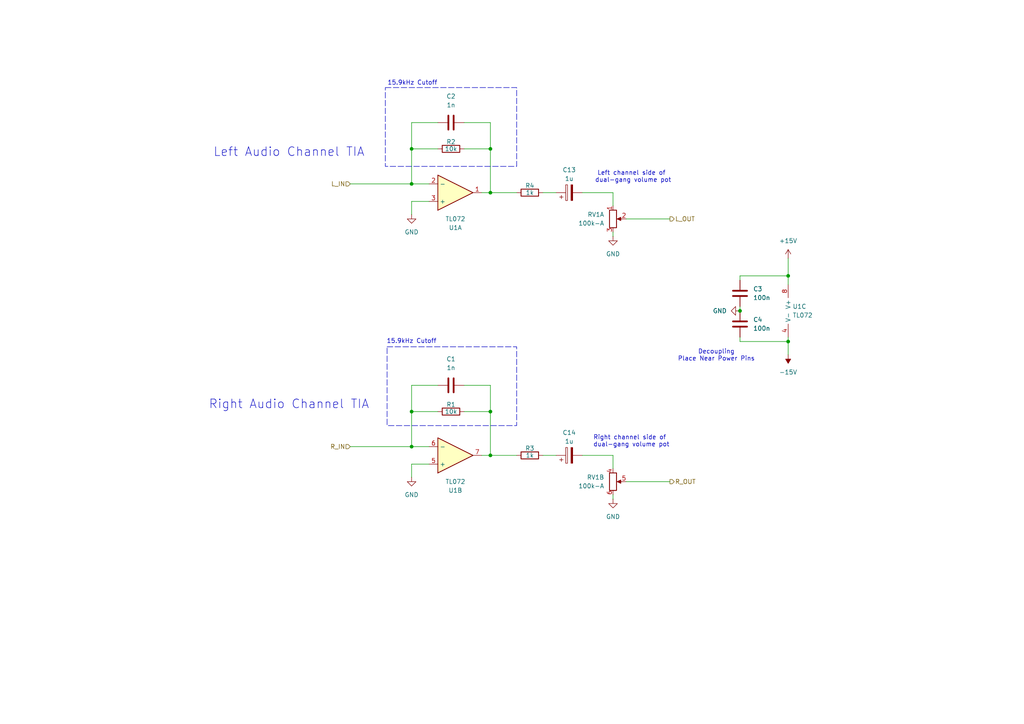
<source format=kicad_sch>
(kicad_sch (version 20231120) (generator "eeschema") (generator_version "8.0")
  (paper "A4")
  (lib_symbols
    (symbol "Device:C" (pin_numbers hide) (pin_names (offset 0.254))
      (property "Reference" "C" (at 0.635 2.54 0))
      (property "Value" "C" (at 0.635 -2.54 0))
      (symbol "C_0_1"
        (polyline (pts (xy -2.032 -0.762) (xy 2.032 -0.762)) (stroke (width 0.508)))
        (polyline (pts (xy -2.032 0.762) (xy 2.032 0.762)) (stroke (width 0.508)))
      )
      (symbol "C_1_1"
        (pin passive line (at 0 3.81 270) (length 2.794) (name "~") (number "1"))
        (pin passive line (at 0 -3.81 90) (length 2.794) (name "~") (number "2"))
      )
    )
    (symbol "Device:C_Polarized" (pin_numbers hide) (pin_names (offset 0.254))
      (property "Reference" "C" (at 0.635 2.54 0))
      (property "Value" "C_Polarized" (at 0.635 -2.54 0))
      (symbol "C_Polarized_0_1"
        (rectangle (start -2.286 0.508) (end 2.286 1.016))
        (polyline (pts (xy -1.778 2.286) (xy -0.762 2.286)))
        (polyline (pts (xy -1.27 2.794) (xy -1.27 1.778)))
        (rectangle (start 2.286 -0.508) (end -2.286 -1.016) (fill (type outline)))
      )
      (symbol "C_Polarized_1_1"
        (pin passive line (at 0 3.81 270) (length 2.794) (name "~") (number "1"))
        (pin passive line (at 0 -3.81 90) (length 2.794) (name "~") (number "2"))
      )
    )
    (symbol "Device:Opamp_Dual"
      (property "Reference" "U" (at 0 5.08 0))
      (property "Value" "Opamp_Dual" (at 0 -5.08 0))
      (symbol "Opamp_Dual_1_1"
        (polyline (pts (xy -5.08 5.08) (xy 5.08 0) (xy -5.08 -5.08) (xy -5.08 5.08)) (stroke (width 0.254)) (fill (type background)))
        (pin output line (at 7.62 0 180) (length 2.54) (name "~") (number "1"))
        (pin input line (at -7.62 -2.54 0) (length 2.54) (name "-") (number "2"))
        (pin input line (at -7.62 2.54 0) (length 2.54) (name "+") (number "3"))
      )
      (symbol "Opamp_Dual_2_1"
        (polyline (pts (xy -5.08 5.08) (xy 5.08 0) (xy -5.08 -5.08) (xy -5.08 5.08)) (stroke (width 0.254)) (fill (type background)))
        (pin input line (at -7.62 2.54 0) (length 2.54) (name "+") (number "5"))
        (pin input line (at -7.62 -2.54 0) (length 2.54) (name "-") (number "6"))
        (pin output line (at 7.62 0 180) (length 2.54) (name "~") (number "7"))
      )
      (symbol "Opamp_Dual_3_1"
        (pin power_in line (at -2.54 -7.62 90) (length 3.81) (name "V-") (number "4"))
        (pin power_in line (at -2.54 7.62 270) (length 3.81) (name "V+") (number "8"))
      )
    )
    (symbol "Device:R" (pin_numbers hide) (pin_names (offset 0))
      (property "Reference" "R" (at 2.032 0 90))
      (property "Value" "R" (at 0 0 90))
      (symbol "R_0_1"
        (rectangle (start -1.016 -2.54) (end 1.016 2.54) (stroke (width 0.254)))
      )
      (symbol "R_1_1"
        (pin passive line (at 0 3.81 270) (length 1.27) (name "~") (number "1"))
        (pin passive line (at 0 -3.81 90) (length 1.27) (name "~") (number "2"))
      )
    )
    (symbol "Device:R_Potentiometer_Dual_Separate" (pin_names (offset 1.016) hide)
      (property "Reference" "RV" (at -4.445 0 90))
      (property "Value" "R_Potentiometer_Dual_Separate" (at -2.54 0 90))
      (symbol "R_Potentiometer_Dual_Separate_0_1"
        (polyline (pts (xy 2.54 0) (xy 1.524 0)))
        (polyline (pts (xy 1.143 0) (xy 2.286 0.508) (xy 2.286 -0.508) (xy 1.143 0)) (fill (type outline)))
        (rectangle (start 1.016 2.54) (end -1.016 -2.54) (stroke (width 0.254)))
      )
      (symbol "R_Potentiometer_Dual_Separate_1_1"
        (pin passive line (at 0 3.81 270) (length 1.27) (name "1") (number "1"))
        (pin passive line (at 3.81 0 180) (length 1.27) (name "2") (number "2"))
        (pin passive line (at 0 -3.81 90) (length 1.27) (name "3") (number "3"))
      )
      (symbol "R_Potentiometer_Dual_Separate_2_1"
        (pin passive line (at 0 3.81 270) (length 1.27) (name "4") (number "4"))
        (pin passive line (at 3.81 0 180) (length 1.27) (name "5") (number "5"))
        (pin passive line (at 0 -3.81 90) (length 1.27) (name "6") (number "6"))
      )
    )
    (symbol "power:+15V" (power) (pin_numbers hide) (pin_names (offset 0) hide)
      (property "Value" "+15V" (at 0 3.556 0))
      (symbol "+15V_0_1"
        (polyline (pts (xy -0.762 1.27) (xy 0 2.54)))
        (polyline (pts (xy 0 0) (xy 0 2.54)))
        (polyline (pts (xy 0 2.54) (xy 0.762 1.27)))
      )
      (symbol "+15V_1_1"
        (pin power_in line (at 0 0 90) (length 0) (name "~") (number "1"))
      )
    )
    (symbol "power:-15V" (power) (pin_numbers hide) (pin_names (offset 0) hide)
      (property "Value" "-15V" (at 0 3.556 0))
      (symbol "-15V_0_0"
        (pin power_in line (at 0 0 90) (length 0) (name "~") (number "1"))
      )
      (symbol "-15V_0_1"
        (polyline (pts (xy 0 0) (xy 0 1.27) (xy 0.762 1.27) (xy 0 2.54) (xy -0.762 1.27) (xy 0 1.27)) (fill (type outline)))
      )
    )
    (symbol "power:GND" (power) (pin_numbers hide) (pin_names (offset 0) hide)
      (property "Value" "GND" (at 0 -3.81 0))
      (symbol "GND_0_1"
        (polyline (pts (xy 0 0) (xy 0 -1.27) (xy 1.27 -1.27) (xy 0 -2.54) (xy -1.27 -1.27) (xy 0 -1.27)))
      )
      (symbol "GND_1_1"
        (pin power_in line (at 0 0 270) (length 0) (name "~") (number "1"))
      )
    )
  )
  (junction (at 142.24 43.18))
  (junction (at 119.38 43.18))
  (junction (at 228.6 99.06))
  (junction (at 228.6 80.01))
  (junction (at 142.24 132.08))
  (junction (at 142.24 55.88))
  (junction (at 142.24 119.38))
  (junction (at 214.63 90.17))
  (junction (at 119.38 53.34))
  (junction (at 119.38 129.54))
  (junction (at 119.38 119.38))
  (wire (pts (xy 177.8 132.08) (xy 168.91 132.08)))
  (wire (pts (xy 177.8 135.89) (xy 177.8 132.08)))
  (wire (pts (xy 119.38 111.76) (xy 119.38 119.38)))
  (wire (pts (xy 228.6 80.01) (xy 228.6 82.55)))
  (wire (pts (xy 142.24 111.76) (xy 142.24 119.38)))
  (wire (pts (xy 142.24 35.56) (xy 142.24 43.18)))
  (wire (pts (xy 228.6 99.06) (xy 228.6 97.79)))
  (wire (pts (xy 214.63 99.06) (xy 214.63 97.79)))
  (wire (pts (xy 119.38 129.54) (xy 119.38 119.38)))
  (wire (pts (xy 157.48 55.88) (xy 161.29 55.88)))
  (wire (pts (xy 127 35.56) (xy 119.38 35.56)))
  (wire (pts (xy 101.6 53.34) (xy 119.38 53.34)))
  (wire (pts (xy 142.24 132.08) (xy 139.7 132.08)))
  (wire (pts (xy 168.91 55.88) (xy 177.8 55.88)))
  (wire (pts (xy 214.63 99.06) (xy 228.6 99.06)))
  (wire (pts (xy 142.24 55.88) (xy 149.86 55.88)))
  (wire (pts (xy 101.6 129.54) (xy 119.38 129.54)))
  (wire (pts (xy 142.24 132.08) (xy 142.24 119.38)))
  (wire (pts (xy 119.38 134.62) (xy 119.38 138.43)))
  (wire (pts (xy 228.6 102.87) (xy 228.6 99.06)))
  (wire (pts (xy 127 111.76) (xy 119.38 111.76)))
  (wire (pts (xy 181.61 139.7) (xy 194.31 139.7)))
  (wire (pts (xy 134.62 35.56) (xy 142.24 35.56)))
  (wire (pts (xy 214.63 80.01) (xy 228.6 80.01)))
  (wire (pts (xy 177.8 143.51) (xy 177.8 144.78)))
  (wire (pts (xy 157.48 132.08) (xy 161.29 132.08)))
  (wire (pts (xy 142.24 132.08) (xy 149.86 132.08)))
  (wire (pts (xy 214.63 80.01) (xy 214.63 81.28)))
  (wire (pts (xy 119.38 129.54) (xy 124.46 129.54)))
  (wire (pts (xy 214.63 88.9) (xy 214.63 90.17)))
  (wire (pts (xy 177.8 59.69) (xy 177.8 55.88)))
  (wire (pts (xy 124.46 58.42) (xy 119.38 58.42)))
  (wire (pts (xy 142.24 43.18) (xy 134.62 43.18)))
  (wire (pts (xy 181.61 63.5) (xy 194.31 63.5)))
  (wire (pts (xy 142.24 119.38) (xy 134.62 119.38)))
  (wire (pts (xy 119.38 58.42) (xy 119.38 62.23)))
  (wire (pts (xy 177.8 67.31) (xy 177.8 68.58)))
  (wire (pts (xy 119.38 43.18) (xy 127 43.18)))
  (wire (pts (xy 119.38 53.34) (xy 119.38 43.18)))
  (wire (pts (xy 142.24 55.88) (xy 139.7 55.88)))
  (wire (pts (xy 119.38 35.56) (xy 119.38 43.18)))
  (wire (pts (xy 228.6 74.93) (xy 228.6 80.01)))
  (wire (pts (xy 119.38 53.34) (xy 124.46 53.34)))
  (wire (pts (xy 124.46 134.62) (xy 119.38 134.62)))
  (wire (pts (xy 142.24 55.88) (xy 142.24 43.18)))
  (wire (pts (xy 119.38 119.38) (xy 127 119.38)))
  (wire (pts (xy 134.62 111.76) (xy 142.24 111.76)))
  (rectangle (start 112.268 100.584) (end 149.86 123.444) (stroke (width 0) (type dash)))
  (rectangle (start 111.76 25.4) (end 149.86 48.26) (stroke (width 0) (type dash)))
  (text "Decoupling\nPlace Near Power Pins" (at 207.772 103.124 0) (effects (font (size 1.27 1.27))))
  (text "Left Audio Channel TIA" (at 83.82 44.196 0) (effects (font (size 2.54 2.54))))
  (text "15.9kHz Cutoff" (at 119.38 99.06 0) (effects (font (size 1.27 1.27))))
  (text "Right Audio Channel TIA" (at 83.82 117.348 0) (effects (font (size 2.54 2.54))))
  (text "Right channel side of \ndual-gang volume pot" (at 183.134 128.016 0) (effects (font (size 1.27 1.27))))
  (text "Left channel side of \ndual-gang volume pot" (at 183.642 51.308 0) (effects (font (size 1.27 1.27))))
  (text "15.9kHz Cutoff" (at 119.634 24.13 0) (effects (font (size 1.27 1.27))))
  (hierarchical_label "L_OUT" (shape output) (at 194.31 63.5 0))
  (hierarchical_label "R_OUT" (shape output) (at 194.31 139.7 0))
  (hierarchical_label "L_IN" (shape input) (at 101.6 53.34 180))
  (hierarchical_label "R_IN" (shape input) (at 101.6 129.54 180))
  (symbol (lib_id "power:-15V") (at 228.6 102.87 180) (unit 1)
    (property "Reference" "#PWR04" (effects (hide yes)))
    (property "Value" "-15V" (at 228.6 107.95 0))
    (property "Description" "Power symbol creates a global label with name \"-15V\"" (effects (hide yes)))
  )
  (symbol (lib_id "Device:C") (at 214.63 85.09 180) (unit 1)
    (property "Reference" "C3" (at 218.44 83.8199 0) (effects (justify right)))
    (property "Value" "100n" (at 218.44 86.3599 0) (effects (justify right)))
    (property "Footprint" "Capacitor_THT:C_Disc_D5.0mm_W2.5mm_P5.00mm" (effects (hide yes)))
    (property "Description" "Unpolarized capacitor" (effects (hide yes)))
  )
  (symbol (lib_id "Device:R") (at 130.81 43.18 90) (unit 1)
    (property "Reference" "R2" (at 130.81 41.148 90))
    (property "Value" "10k" (at 130.81 43.18 90))
    (property "Footprint" "Resistor_THT:R_Axial_DIN0207_L6.3mm_D2.5mm_P10.16mm_Horizontal" (effects (hide yes)))
    (property "Description" "Resistor" (effects (hide yes)))
  )
  (symbol (lib_id "Device:C") (at 214.63 93.98 180) (unit 1)
    (property "Reference" "C4" (at 218.44 92.7099 0) (effects (justify right)))
    (property "Value" "100n" (at 218.44 95.2499 0) (effects (justify right)))
    (property "Footprint" "Capacitor_THT:C_Disc_D5.0mm_W2.5mm_P5.00mm" (effects (hide yes)))
    (property "Description" "Unpolarized capacitor" (effects (hide yes)))
  )
  (symbol (lib_id "power:GND") (at 214.63 90.17 270) (unit 1)
    (property "Reference" "#PWR026" (effects (hide yes)))
    (property "Value" "GND" (at 210.82 90.1699 90) (effects (justify right)))
    (property "Description" "Power symbol creates a global label with name \"GND\" , ground" (effects (hide yes)))
  )
  (symbol (lib_id "power:GND") (at 177.8 68.58 0) (unit 1)
    (property "Reference" "#PWR025" (effects (hide yes)))
    (property "Value" "GND" (at 177.8 73.66 0))
    (property "Description" "Power symbol creates a global label with name \"GND\" , ground" (effects (hide yes)))
  )
  (symbol (lib_id "Device:R") (at 153.67 132.08 90) (unit 1)
    (property "Reference" "R3" (at 153.67 130.048 90))
    (property "Value" "1k" (at 153.67 132.08 90))
    (property "Footprint" "Resistor_THT:R_Axial_DIN0207_L6.3mm_D2.5mm_P10.16mm_Horizontal" (effects (hide yes)))
    (property "Description" "Resistor" (effects (hide yes)))
  )
  (symbol (lib_id "Device:Opamp_Dual") (at 132.08 55.88 0) (mirror x) (unit 1)
    (property "Reference" "U1" (at 132.08 66.04 0))
    (property "Value" "TL072" (at 132.08 63.5 0))
    (property "Footprint" "Package_DIP:DIP-8_W7.62mm" (effects (hide yes)))
    (property "Description" "Dual operational amplifier" (effects (hide yes)))
    (property "Sim.Library" "${KICAD7_SYMBOL_DIR}/Simulation_SPICE.sp" (effects (hide yes)))
    (property "Sim.Name" "kicad_builtin_opamp_dual" (effects (hide yes)))
    (property "Sim.Device" "SUBCKT" (effects (hide yes)))
    (property "Sim.Pins" "1=out1 2=in1- 3=in1+ 4=vee 5=in2+ 6=in2- 7=out2 8=vcc" (effects (hide yes)))
  )
  (symbol (lib_id "Device:R_Potentiometer_Dual_Separate") (at 177.8 63.5 0) (unit 1)
    (property "Reference" "RV1" (at 175.26 62.2299 0) (effects (justify right)))
    (property "Value" "100k-A" (at 175.26 64.7699 0) (effects (justify right)))
    (property "Footprint" "Connector_PinHeader_2.54mm:PinHeader_2x03_P2.54mm_Vertical" (effects (hide yes)))
    (property "Description" "Dual potentiometer, separate units" (effects (hide yes)))
  )
  (symbol (lib_id "Device:Opamp_Dual") (at 132.08 132.08 0) (mirror x) (unit 2)
    (property "Reference" "U1" (at 132.08 142.24 0))
    (property "Value" "TL072" (at 132.08 139.7 0))
    (property "Footprint" "Package_DIP:DIP-8_W7.62mm" (effects (hide yes)))
    (property "Description" "Dual operational amplifier" (effects (hide yes)))
    (property "Sim.Library" "${KICAD7_SYMBOL_DIR}/Simulation_SPICE.sp" (effects (hide yes)))
    (property "Sim.Name" "kicad_builtin_opamp_dual" (effects (hide yes)))
    (property "Sim.Device" "SUBCKT" (effects (hide yes)))
    (property "Sim.Pins" "1=out1 2=in1- 3=in1+ 4=vee 5=in2+ 6=in2- 7=out2 8=vcc" (effects (hide yes)))
  )
  (symbol (lib_id "Device:C_Polarized") (at 165.1 55.88 90) (unit 1)
    (property "Reference" "C13" (at 165.1 49.276 90))
    (property "Value" "1u" (at 165.1 51.816 90))
    (property "Footprint" "Capacitor_THT:CP_Radial_D5.0mm_P2.00mm" (effects (hide yes)))
    (property "Description" "Polarized capacitor" (effects (hide yes)))
  )
  (symbol (lib_id "power:GND") (at 177.8 144.78 0) (unit 1)
    (property "Reference" "#PWR022" (effects (hide yes)))
    (property "Value" "GND" (at 177.8 149.86 0))
    (property "Description" "Power symbol creates a global label with name \"GND\" , ground" (effects (hide yes)))
  )
  (symbol (lib_id "Device:Opamp_Dual") (at 231.14 90.17 0) (unit 3)
    (property "Reference" "U1" (at 229.87 88.8999 0) (effects (justify left)))
    (property "Value" "TL072" (at 229.87 91.4399 0) (effects (justify left)))
    (property "Footprint" "Package_DIP:DIP-8_W7.62mm" (effects (hide yes)))
    (property "Description" "Dual operational amplifier" (effects (hide yes)))
    (property "Sim.Library" "${KICAD7_SYMBOL_DIR}/Simulation_SPICE.sp" (effects (hide yes)))
    (property "Sim.Name" "kicad_builtin_opamp_dual" (effects (hide yes)))
    (property "Sim.Device" "SUBCKT" (effects (hide yes)))
    (property "Sim.Pins" "1=out1 2=in1- 3=in1+ 4=vee 5=in2+ 6=in2- 7=out2 8=vcc" (effects (hide yes)))
  )
  (symbol (lib_id "Device:C_Polarized") (at 165.1 132.08 90) (unit 1)
    (property "Reference" "C14" (at 165.1 125.476 90))
    (property "Value" "1u" (at 165.1 128.016 90))
    (property "Footprint" "Capacitor_THT:CP_Radial_D5.0mm_P2.00mm" (effects (hide yes)))
    (property "Description" "Polarized capacitor" (effects (hide yes)))
  )
  (symbol (lib_id "power:+15V") (at 228.6 74.93 0) (unit 1)
    (property "Reference" "#PWR03" (effects (hide yes)))
    (property "Value" "+15V" (at 228.6 69.85 0))
    (property "Description" "Power symbol creates a global label with name \"+15V\"" (effects (hide yes)))
  )
  (symbol (lib_id "Device:C") (at 130.81 111.76 90) (unit 1)
    (property "Reference" "C1" (at 130.81 104.14 90))
    (property "Value" "1n" (at 130.81 106.68 90))
    (property "Footprint" "Capacitor_THT:C_Disc_D5.0mm_W2.5mm_P5.00mm" (effects (hide yes)))
    (property "Description" "Unpolarized capacitor" (effects (hide yes)))
  )
  (symbol (lib_id "power:GND") (at 119.38 62.23 0) (unit 1)
    (property "Reference" "#PWR01" (effects (hide yes)))
    (property "Value" "GND" (at 119.38 67.31 0))
    (property "Description" "Power symbol creates a global label with name \"GND\" , ground" (effects (hide yes)))
  )
  (symbol (lib_id "power:GND") (at 119.38 138.43 0) (unit 1)
    (property "Reference" "#PWR02" (effects (hide yes)))
    (property "Value" "GND" (at 119.38 143.51 0))
    (property "Description" "Power symbol creates a global label with name \"GND\" , ground" (effects (hide yes)))
  )
  (symbol (lib_id "Device:R") (at 153.67 55.88 90) (unit 1)
    (property "Reference" "R4" (at 153.67 53.848 90))
    (property "Value" "1k" (at 153.67 55.88 90))
    (property "Footprint" "Resistor_THT:R_Axial_DIN0207_L6.3mm_D2.5mm_P10.16mm_Horizontal" (effects (hide yes)))
    (property "Description" "Resistor" (effects (hide yes)))
  )
  (symbol (lib_id "Device:R") (at 130.81 119.38 90) (unit 1)
    (property "Reference" "R1" (at 130.81 117.348 90))
    (property "Value" "10k" (at 130.81 119.38 90))
    (property "Footprint" "Resistor_THT:R_Axial_DIN0207_L6.3mm_D2.5mm_P10.16mm_Horizontal" (effects (hide yes)))
    (property "Description" "Resistor" (effects (hide yes)))
  )
  (symbol (lib_id "Device:R_Potentiometer_Dual_Separate") (at 177.8 139.7 0) (unit 2)
    (property "Reference" "RV1" (at 175.26 138.4299 0) (effects (justify right)))
    (property "Value" "100k-A" (at 175.26 140.9699 0) (effects (justify right)))
    (property "Footprint" "Connector_PinHeader_2.54mm:PinHeader_2x03_P2.54mm_Vertical" (effects (hide yes)))
    (property "Description" "Dual potentiometer, separate units" (effects (hide yes)))
  )
  (symbol (lib_id "Device:C") (at 130.81 35.56 90) (unit 1)
    (property "Reference" "C2" (at 130.81 27.94 90))
    (property "Value" "1n" (at 130.81 30.48 90))
    (property "Footprint" "Capacitor_THT:C_Disc_D5.0mm_W2.5mm_P5.00mm" (effects (hide yes)))
    (property "Description" "Unpolarized capacitor" (effects (hide yes)))
  )
)
</source>
